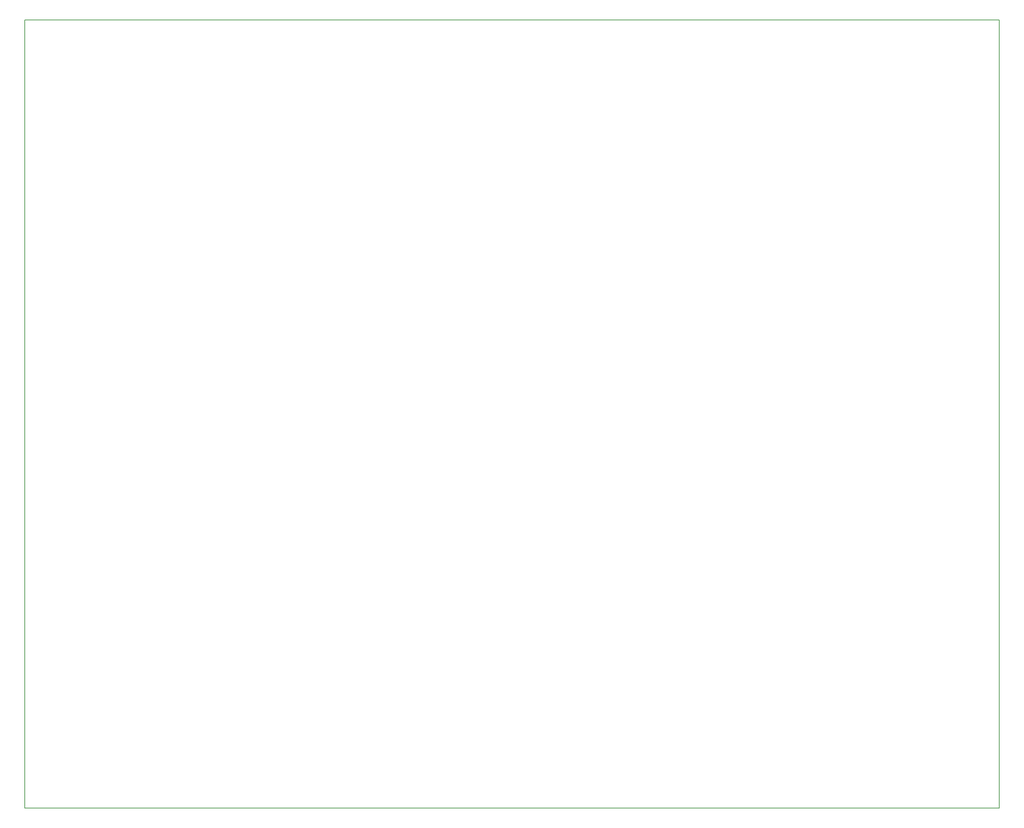
<source format=gbr>
G04 #@! TF.FileFunction,Profile,NP*
%FSLAX46Y46*%
G04 Gerber Fmt 4.6, Leading zero omitted, Abs format (unit mm)*
G04 Created by KiCad (PCBNEW 4.0.7) date Friday, 13. April 2018 'u21' 16:21:34*
%MOMM*%
%LPD*%
G01*
G04 APERTURE LIST*
%ADD10C,0.100000*%
%ADD11C,0.150000*%
G04 APERTURE END LIST*
D10*
D11*
X30000000Y-224000000D02*
X30000000Y-150000000D01*
X270000000Y-224000000D02*
X30000000Y-224000000D01*
X270000000Y-150000000D02*
X270000000Y-224000000D01*
X30000000Y-150000000D02*
X30000000Y-30000000D01*
X30000000Y-30000000D02*
X150000000Y-30000000D01*
X270000000Y-30000000D02*
X270000000Y-150000000D01*
X150000000Y-30000000D02*
X270000000Y-30000000D01*
M02*

</source>
